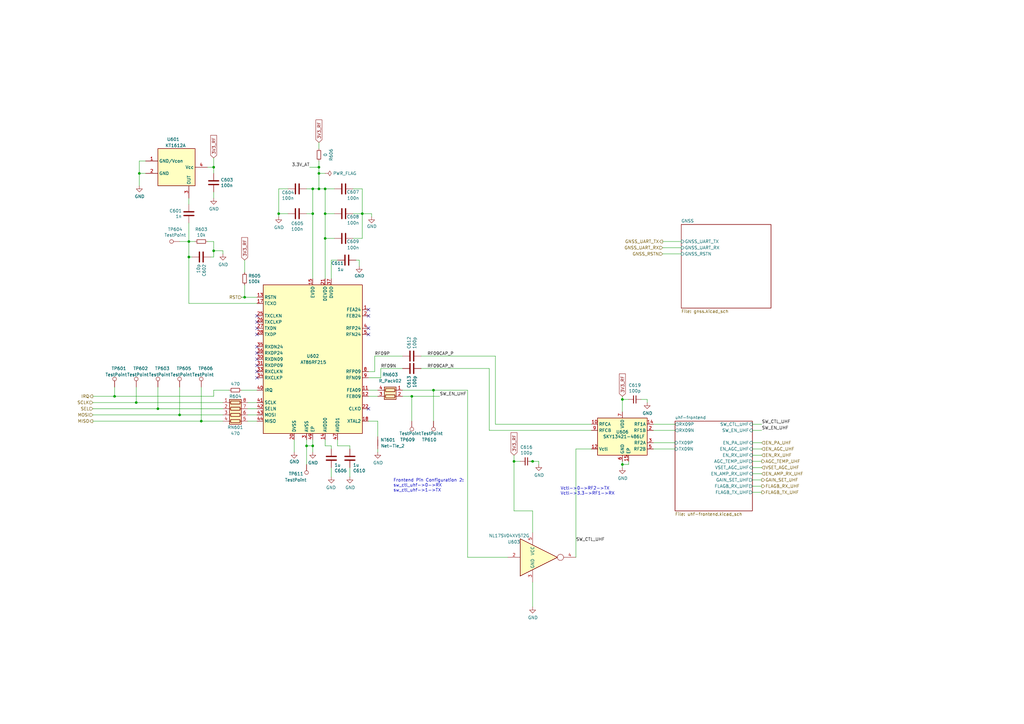
<source format=kicad_sch>
(kicad_sch (version 20230121) (generator eeschema)
  (paper "A3")
  (title_block (title "SatNOGS COMMS") (date "2020-02-20") (company "Libre Space Foundation") (comment 1 "CERN OHL version 1.2"))
  (lib_symbols
    (symbol "74xGxx:74LVC1GU04DRL"
      (property "Reference" "U" (at -5.08 10.16 0))
      (property "Value" "74LVC1GU04DRL" (at 17.78 10.16 0))
      (symbol "74LVC1GU04DRL_0_1"
        (rectangle (start -5.08 7.62) (end -5.08 -7.62) (stroke (width 0.254)) (fill (type background)))
        (polyline (pts (xy -5.08 -7.62) (xy 10.16 0) (xy -5.08 7.62)) (stroke (width 0.254)) (fill (type background)))
        (circle (center 11.43 0) (radius 1.27))
      )
      (symbol "74LVC1GU04DRL_1_1"
        (pin no_connect line (at 10.16 0 180) (length 5.08) hide (name "NC") (number "1"))
        (pin input line (at -10.16 0 0) (length 5.08) (name "~") (number "2"))
        (pin power_in line (at 0 -10.16 90) (length 5.08) (name "GND") (number "3"))
        (pin output line (at 17.78 0 180) (length 5.08) (name "~") (number "4"))
        (pin power_in line (at 0 10.16 270) (length 5.08) (name "VCC") (number "5"))
      )
    )
    (symbol "Connector:TestPoint" (pin_numbers hide) (pin_names (offset 0.762) hide)
      (property "Reference" "TP" (at 0 6.858 0))
      (property "Value" "TestPoint" (at 0 5.08 0))
      (symbol "TestPoint_0_1"
        (circle (center 0 3.302) (radius 0.762))
      )
      (symbol "TestPoint_1_1"
        (pin passive line (at 0 0 90) (length 2.54) (name "1") (number "1"))
      )
    )
    (symbol "Device:C" (pin_numbers hide) (pin_names (offset 0.254))
      (property "Reference" "C" (at 0.635 2.54 0))
      (property "Value" "C" (at 0.635 -2.54 0))
      (symbol "C_0_1"
        (polyline (pts (xy -2.032 -0.762) (xy 2.032 -0.762)) (stroke (width 0.508)))
        (polyline (pts (xy -2.032 0.762) (xy 2.032 0.762)) (stroke (width 0.508)))
      )
      (symbol "C_1_1"
        (pin passive line (at 0 3.81 270) (length 2.794) (name "~") (number "1"))
        (pin passive line (at 0 -3.81 90) (length 2.794) (name "~") (number "2"))
      )
    )
    (symbol "Device:C_Small" (pin_numbers hide) (pin_names (offset 0.254) hide)
      (property "Reference" "C" (at 0.254 1.778 0))
      (property "Value" "C_Small" (at 0.254 -2.032 0))
      (symbol "C_Small_0_1"
        (polyline (pts (xy -1.524 -0.508) (xy 1.524 -0.508)) (stroke (width 0.3302)))
        (polyline (pts (xy -1.524 0.508) (xy 1.524 0.508)) (stroke (width 0.3048)))
      )
      (symbol "C_Small_1_1"
        (pin passive line (at 0 2.54 270) (length 2.032) (name "~") (number "1"))
        (pin passive line (at 0 -2.54 90) (length 2.032) (name "~") (number "2"))
      )
    )
    (symbol "Device:NetTie_2" (pin_numbers hide) (pin_names (offset 0) hide) (in_bom no)
      (property "Reference" "NT" (at 0 1.27 0))
      (property "Value" "NetTie_2" (at 0 -1.27 0))
      (symbol "NetTie_2_0_1"
        (polyline (pts (xy -1.27 0) (xy 1.27 0)) (stroke (width 0.254)))
      )
      (symbol "NetTie_2_1_1"
        (pin passive line (at -2.54 0 0) (length 2.54) (name "1") (number "1"))
        (pin passive line (at 2.54 0 180) (length 2.54) (name "2") (number "2"))
      )
    )
    (symbol "Device:R_Pack02" (pin_names (offset 0) hide)
      (property "Reference" "RN" (at -5.08 0 90))
      (property "Value" "R_Pack02" (at 2.54 0 90))
      (symbol "R_Pack02_0_1"
        (rectangle (start -3.81 -2.413) (end 1.27 2.413) (stroke (width 0.254)) (fill (type background)))
        (rectangle (start -3.175 1.905) (end -1.905 -1.905) (stroke (width 0.254)))
        (rectangle (start -0.635 1.905) (end 0.635 -1.905) (stroke (width 0.254)))
        (polyline (pts (xy -2.54 -2.54) (xy -2.54 -1.905)))
        (polyline (pts (xy -2.54 1.905) (xy -2.54 2.54)))
        (polyline (pts (xy 0 -2.54) (xy 0 -1.905)))
        (polyline (pts (xy 0 1.905) (xy 0 2.54)))
      )
      (symbol "R_Pack02_1_1"
        (pin passive line (at -2.54 -5.08 90) (length 2.54) (name "R1.1") (number "1"))
        (pin passive line (at 0 -5.08 90) (length 2.54) (name "R2.1") (number "2"))
        (pin passive line (at 0 5.08 270) (length 2.54) (name "R2.2") (number "3"))
        (pin passive line (at -2.54 5.08 270) (length 2.54) (name "R1.2") (number "4"))
      )
    )
    (symbol "Device:R_Pack04" (pin_names (offset 0) hide)
      (property "Reference" "RN" (at -7.62 0 90))
      (property "Value" "R_Pack04" (at 5.08 0 90))
      (symbol "R_Pack04_0_1"
        (rectangle (start -6.35 -2.413) (end 3.81 2.413) (stroke (width 0.254)) (fill (type background)))
        (rectangle (start -5.715 1.905) (end -4.445 -1.905) (stroke (width 0.254)))
        (rectangle (start -3.175 1.905) (end -1.905 -1.905) (stroke (width 0.254)))
        (rectangle (start -0.635 1.905) (end 0.635 -1.905) (stroke (width 0.254)))
        (polyline (pts (xy -5.08 -2.54) (xy -5.08 -1.905)))
        (polyline (pts (xy -5.08 1.905) (xy -5.08 2.54)))
        (polyline (pts (xy -2.54 -2.54) (xy -2.54 -1.905)))
        (polyline (pts (xy -2.54 1.905) (xy -2.54 2.54)))
        (polyline (pts (xy 0 -2.54) (xy 0 -1.905)))
        (polyline (pts (xy 0 1.905) (xy 0 2.54)))
        (polyline (pts (xy 2.54 -2.54) (xy 2.54 -1.905)))
        (polyline (pts (xy 2.54 1.905) (xy 2.54 2.54)))
        (rectangle (start 1.905 1.905) (end 3.175 -1.905) (stroke (width 0.254)))
      )
      (symbol "R_Pack04_1_1"
        (pin passive line (at -5.08 -5.08 90) (length 2.54) (name "R1.1") (number "1"))
        (pin passive line (at -2.54 -5.08 90) (length 2.54) (name "R2.1") (number "2"))
        (pin passive line (at 0 -5.08 90) (length 2.54) (name "R3.1") (number "3"))
        (pin passive line (at 2.54 -5.08 90) (length 2.54) (name "R4.1") (number "4"))
        (pin passive line (at 2.54 5.08 270) (length 2.54) (name "R4.2") (number "5"))
        (pin passive line (at 0 5.08 270) (length 2.54) (name "R3.2") (number "6"))
        (pin passive line (at -2.54 5.08 270) (length 2.54) (name "R2.2") (number "7"))
        (pin passive line (at -5.08 5.08 270) (length 2.54) (name "R1.2") (number "8"))
      )
    )
    (symbol "Device:R_Small" (pin_numbers hide) (pin_names (offset 0.254) hide)
      (property "Reference" "R" (at 0.762 0.508 0))
      (property "Value" "R_Small" (at 0.762 -1.016 0))
      (symbol "R_Small_0_1"
        (rectangle (start -0.762 1.778) (end 0.762 -1.778) (stroke (width 0.2032)))
      )
      (symbol "R_Small_1_1"
        (pin passive line (at 0 2.54 270) (length 0.762) (name "~") (number "1"))
        (pin passive line (at 0 -2.54 90) (length 0.762) (name "~") (number "2"))
      )
    )
    (symbol "lsf-kicad:AT86RF215"
      (property "Reference" "U" (at -19.05 33.02 0))
      (property "Value" "AT86RF215" (at 0 0 0))
      (symbol "AT86RF215_0_1"
        (rectangle (start -20.32 30.48) (end 20.32 -30.48) (stroke (width 0.254)) (fill (type background)))
      )
      (symbol "AT86RF215_1_1"
        (pin output line (at 22.86 20.32 180) (length 2.54) (name "FEA24") (number "1"))
        (pin passive line (at -2.54 -33.02 90) (length 2.54) hide (name "AVSS") (number "10"))
        (pin output line (at 22.86 -12.7 180) (length 2.54) (name "FEA09") (number "11"))
        (pin output line (at 22.86 -15.24 180) (length 2.54) (name "FEB09") (number "12"))
        (pin input line (at -22.86 25.4 0) (length 2.54) (name "RSTN") (number "13"))
        (pin passive line (at 5.08 -33.02 90) (length 2.54) (name "AVDD0") (number "14"))
        (pin power_in line (at 0 33.02 270) (length 2.54) (name "EVDD") (number "15"))
        (pin passive line (at -2.54 -33.02 90) (length 2.54) hide (name "AVSS") (number "16"))
        (pin input line (at -22.86 22.86 0) (length 2.54) (name "TCXO") (number "17"))
        (pin bidirectional line (at 22.86 -25.4 180) (length 2.54) (name "XTAL2") (number "18"))
        (pin passive line (at -2.54 -33.02 90) (length 2.54) hide (name "AVSS") (number "19"))
        (pin output line (at 22.86 17.78 180) (length 2.54) (name "FEB24") (number "2"))
        (pin power_in line (at -7.62 -33.02 90) (length 2.54) (name "DVSS") (number "20"))
        (pin power_in line (at 5.08 33.02 270) (length 2.54) (name "DEVDD") (number "21"))
        (pin output line (at 22.86 -20.32 180) (length 2.54) (name "CLKO") (number "22"))
        (pin passive line (at -7.62 -33.02 90) (length 2.54) hide (name "DVSS") (number "23"))
        (pin passive line (at -7.62 -33.02 90) (length 2.54) hide (name "DVSS") (number "24"))
        (pin input line (at -22.86 17.78 0) (length 2.54) (name "TXCLKN") (number "25"))
        (pin input line (at -22.86 15.24 0) (length 2.54) (name "TXCLKP") (number "26"))
        (pin input line (at -22.86 12.7 0) (length 2.54) (name "TXDN") (number "27"))
        (pin input line (at -22.86 10.16 0) (length 2.54) (name "TXDP") (number "28"))
        (pin passive line (at 5.08 33.02 270) (length 2.54) hide (name "DEVDD") (number "29"))
        (pin power_in line (at -2.54 -33.02 90) (length 2.54) (name "AVSS") (number "3"))
        (pin output line (at -22.86 0 0) (length 2.54) (name "RXDN09") (number "30"))
        (pin output line (at -22.86 -2.54 0) (length 2.54) (name "RXDP09") (number "31"))
        (pin passive line (at -7.62 -33.02 90) (length 2.54) hide (name "DVSS") (number "32"))
        (pin output line (at -22.86 -5.08 0) (length 2.54) (name "RXCLKN") (number "33"))
        (pin output line (at -22.86 -7.62 0) (length 2.54) (name "RXCLKP") (number "34"))
        (pin output line (at -22.86 5.08 0) (length 2.54) (name "RXDN24") (number "35"))
        (pin output line (at -22.86 2.54 0) (length 2.54) (name "RXDP24") (number "36"))
        (pin power_out line (at 7.62 33.02 270) (length 2.54) (name "DVDD") (number "37"))
        (pin passive line (at -7.62 -33.02 90) (length 2.54) hide (name "DVSS") (number "38"))
        (pin passive line (at 5.08 33.02 270) (length 2.54) hide (name "DEVDD") (number "39"))
        (pin bidirectional line (at 22.86 12.7 180) (length 2.54) (name "RFP24") (number "4"))
        (pin output line (at -22.86 -12.7 0) (length 2.54) (name "IRQ") (number "40"))
        (pin input line (at -22.86 -17.78 0) (length 2.54) (name "SCLK") (number "41"))
        (pin input line (at -22.86 -20.32 0) (length 2.54) (name "SELN") (number "42"))
        (pin input line (at -22.86 -22.86 0) (length 2.54) (name "MOSI") (number "43"))
        (pin output line (at -22.86 -25.4 0) (length 2.54) (name "MISO") (number "44"))
        (pin passive line (at -2.54 -33.02 90) (length 2.54) hide (name "AVSS") (number "45"))
        (pin passive line (at 0 33.02 270) (length 2.54) hide (name "EVDD") (number "46"))
        (pin passive line (at 10.16 -33.02 90) (length 2.54) (name "AVDD1") (number "47"))
        (pin passive line (at -2.54 -33.02 90) (length 2.54) hide (name "AVSS") (number "48"))
        (pin power_in line (at 0 -33.02 90) (length 2.54) (name "EP") (number "49"))
        (pin bidirectional line (at 22.86 10.16 180) (length 2.54) (name "RFN24") (number "5"))
        (pin passive line (at -2.54 -33.02 90) (length 2.54) hide (name "AVSS") (number "6"))
        (pin passive line (at -2.54 -33.02 90) (length 2.54) hide (name "AVSS") (number "7"))
        (pin bidirectional line (at 22.86 -5.08 180) (length 2.54) (name "RFP09") (number "8"))
        (pin bidirectional line (at 22.86 -7.62 180) (length 2.54) (name "RFN09") (number "9"))
      )
    )
    (symbol "lsf-kicad:KT1612A"
      (property "Reference" "U" (at 6.35 8.89 0))
      (property "Value" "KT1612A" (at -7.62 8.89 0))
      (symbol "KT1612A_0_1"
        (rectangle (start -7.62 7.62) (end 7.62 -7.62) (stroke (width 0.254)) (fill (type background)))
      )
      (symbol "KT1612A_1_1"
        (pin power_in line (at -2.54 -12.7 90) (length 5.08) (name "GND/Vcon") (number "1"))
        (pin power_in line (at 2.54 -12.7 90) (length 5.08) (name "GND") (number "2"))
        (pin output line (at 12.7 5.08 180) (length 5.08) (name "OUT") (number "3"))
        (pin power_in line (at 0 12.7 270) (length 5.08) (name "Vcc") (number "4"))
      )
    )
    (symbol "lsf-kicad:SKY13421-486LF"
      (property "Reference" "U" (at -8.89 8.89 0))
      (property "Value" "SKY13421-486LF" (at 6.35 8.89 0))
      (symbol "SKY13421-486LF_0_1"
        (rectangle (start -10.16 7.62) (end 10.16 -7.62) (stroke (width 0.254)) (fill (type background)))
      )
      (symbol "SKY13421-486LF_1_1"
        (pin passive line (at 0 -10.16 90) (length 2.54) hide (name "GND") (number "1"))
        (pin bidirectional line (at -12.7 5.08 0) (length 2.54) (name "RFCA") (number "10"))
        (pin passive line (at 0 -10.16 90) (length 2.54) hide (name "GND") (number "11"))
        (pin input line (at -12.7 -5.08 0) (length 2.54) (name "Vctl") (number "12"))
        (pin passive line (at 0 -10.16 90) (length 2.54) hide (name "GND") (number "13"))
        (pin bidirectional line (at 12.7 5.08 180) (length 2.54) (name "RF1A") (number "14"))
        (pin power_in line (at 2.54 -10.16 90) (length 2.54) (name "EP") (number "15"))
        (pin bidirectional line (at 12.7 2.54 180) (length 2.54) (name "RF1B") (number "2"))
        (pin bidirectional line (at 12.7 -2.54 180) (length 2.54) (name "RF2A") (number "3"))
        (pin passive line (at 0 -10.16 90) (length 2.54) hide (name "GND") (number "4"))
        (pin bidirectional line (at 12.7 -5.08 180) (length 2.54) (name "RF2B") (number "5"))
        (pin power_in line (at 0 -10.16 90) (length 2.54) (name "GND") (number "6"))
        (pin power_in line (at 0 10.16 270) (length 2.54) (name "VDD") (number "7"))
        (pin passive line (at 0 -10.16 90) (length 2.54) hide (name "GND") (number "8"))
        (pin bidirectional line (at -12.7 2.54 0) (length 2.54) (name "RFCB") (number "9"))
      )
    )
    (symbol "power:GND" (power) (pin_names (offset 0))
      (property "Value" "GND" (at 0 -3.81 0))
      (symbol "GND_0_1"
        (polyline (pts (xy 0 0) (xy 0 -1.27) (xy 1.27 -1.27) (xy 0 -2.54) (xy -1.27 -1.27) (xy 0 -1.27)))
      )
      (symbol "GND_1_1"
        (pin power_in line (at 0 0 270) (length 0) hide (name "GND") (number "1"))
      )
    )
    (symbol "power:PWR_FLAG" (power) (pin_numbers hide) (pin_names (offset 0) hide)
      (property "Value" "PWR_FLAG" (at 0 3.81 0))
      (symbol "PWR_FLAG_0_0"
        (pin power_out line (at 0 0 90) (length 0) (name "pwr") (number "1"))
      )
      (symbol "PWR_FLAG_0_1"
        (polyline (pts (xy 0 0) (xy 0 1.27) (xy -1.016 1.905) (xy 0 2.54) (xy 1.016 1.905) (xy 0 1.27)))
      )
    )
  )
  (junction (at 148.59 87.63))
  (junction (at 64.77 167.64))
  (junction (at 46.99 162.56))
  (junction (at 130.81 77.47))
  (junction (at 100.33 121.92))
  (junction (at 177.8 160.02))
  (junction (at 128.27 182.88))
  (junction (at 130.81 68.58))
  (junction (at 125.73 182.88))
  (junction (at 82.55 172.72))
  (junction (at 168.91 162.56))
  (junction (at 77.47 105.41))
  (junction (at 87.63 68.58))
  (junction (at 128.27 87.63))
  (junction (at 255.27 163.83))
  (junction (at 128.27 77.47))
  (junction (at 210.82 189.23))
  (junction (at 87.63 102.87))
  (junction (at 255.27 190.5))
  (junction (at 133.35 77.47))
  (junction (at 114.3 87.63))
  (junction (at 73.66 170.18))
  (junction (at 77.47 99.06))
  (junction (at 55.88 165.1))
  (junction (at 133.35 87.63))
  (junction (at 57.15 71.12))
  (junction (at 130.81 71.12))
  (junction (at 133.35 97.79))
  (junction (at 218.44 189.23))
  (no_connect (at 105.41 149.86))
  (no_connect (at 105.41 154.94))
  (no_connect (at 151.13 167.64))
  (no_connect (at 105.41 147.32))
  (no_connect (at 105.41 144.78))
  (no_connect (at 105.41 134.62))
  (no_connect (at 151.13 127))
  (no_connect (at 105.41 152.4))
  (no_connect (at 151.13 134.62))
  (no_connect (at 105.41 129.54))
  (no_connect (at 151.13 129.54))
  (no_connect (at 105.41 132.08))
  (no_connect (at 105.41 137.16))
  (no_connect (at 105.41 142.24))
  (no_connect (at 151.13 137.16))
  (wire (pts (xy 38.1 165.1) (xy 55.88 165.1)))
  (wire (pts (xy 138.43 182.88) (xy 138.43 180.34)))
  (wire (pts (xy 73.66 170.18) (xy 38.1 170.18)))
  (wire (pts (xy 271.78 104.14) (xy 279.4 104.14)))
  (wire (pts (xy 135.89 182.88) (xy 133.35 182.88)))
  (wire (pts (xy 218.44 209.55) (xy 218.44 218.44)))
  (wire (pts (xy 308.61 194.31) (xy 312.42 194.31)))
  (wire (pts (xy 172.72 151.13) (xy 200.66 151.13)))
  (wire (pts (xy 147.32 106.68) (xy 147.32 109.22)))
  (wire (pts (xy 137.16 97.79) (xy 133.35 97.79)))
  (wire (pts (xy 100.33 121.92) (xy 99.06 121.92)))
  (wire (pts (xy 267.97 181.61) (xy 276.86 181.61)))
  (wire (pts (xy 308.61 189.23) (xy 312.42 189.23)))
  (wire (pts (xy 165.1 160.02) (xy 177.8 160.02)))
  (wire (pts (xy 135.89 195.58) (xy 135.89 191.77)))
  (wire (pts (xy 276.86 184.15) (xy 267.97 184.15)))
  (wire (pts (xy 312.42 181.61) (xy 308.61 181.61)))
  (wire (pts (xy 101.6 170.18) (xy 105.41 170.18)))
  (wire (pts (xy 87.63 99.06) (xy 87.63 102.87)))
  (wire (pts (xy 255.27 168.91) (xy 255.27 163.83)))
  (wire (pts (xy 130.81 60.96) (xy 130.81 58.42)))
  (wire (pts (xy 130.81 71.12) (xy 130.81 77.47)))
  (wire (pts (xy 38.1 162.56) (xy 46.99 162.56)))
  (wire (pts (xy 210.82 209.55) (xy 218.44 209.55)))
  (wire (pts (xy 114.3 77.47) (xy 114.3 87.63)))
  (wire (pts (xy 153.67 146.05) (xy 165.1 146.05)))
  (wire (pts (xy 151.13 160.02) (xy 154.94 160.02)))
  (wire (pts (xy 312.42 176.53) (xy 308.61 176.53)))
  (wire (pts (xy 265.43 163.83) (xy 265.43 165.1)))
  (wire (pts (xy 218.44 189.23) (xy 220.98 189.23)))
  (wire (pts (xy 118.11 77.47) (xy 114.3 77.47)))
  (wire (pts (xy 100.33 106.68) (xy 100.33 111.76)))
  (wire (pts (xy 143.51 184.15) (xy 143.51 182.88)))
  (wire (pts (xy 148.59 77.47) (xy 144.78 77.47)))
  (wire (pts (xy 130.81 71.12) (xy 133.35 71.12)))
  (wire (pts (xy 312.42 186.69) (xy 308.61 186.69)))
  (wire (pts (xy 59.69 66.04) (xy 57.15 66.04)))
  (wire (pts (xy 236.22 228.6) (xy 236.22 184.15)))
  (wire (pts (xy 255.27 190.5) (xy 257.81 190.5)))
  (wire (pts (xy 151.13 162.56) (xy 154.94 162.56)))
  (wire (pts (xy 220.98 190.5) (xy 220.98 189.23)))
  (wire (pts (xy 130.81 77.47) (xy 133.35 77.47)))
  (wire (pts (xy 77.47 105.41) (xy 78.74 105.41)))
  (wire (pts (xy 114.3 87.63) (xy 118.11 87.63)))
  (wire (pts (xy 87.63 160.02) (xy 93.98 160.02)))
  (wire (pts (xy 125.73 77.47) (xy 128.27 77.47)))
  (wire (pts (xy 38.1 167.64) (xy 64.77 167.64)))
  (wire (pts (xy 73.66 158.75) (xy 73.66 170.18)))
  (wire (pts (xy 77.47 81.28) (xy 77.47 83.82)))
  (wire (pts (xy 91.44 172.72) (xy 82.55 172.72)))
  (wire (pts (xy 146.05 106.68) (xy 147.32 106.68)))
  (wire (pts (xy 271.78 101.6) (xy 279.4 101.6)))
  (wire (pts (xy 257.81 163.83) (xy 255.27 163.83)))
  (wire (pts (xy 73.66 170.18) (xy 91.44 170.18)))
  (wire (pts (xy 77.47 124.46) (xy 77.47 105.41)))
  (wire (pts (xy 143.51 191.77) (xy 143.51 195.58)))
  (wire (pts (xy 127 68.58) (xy 130.81 68.58)))
  (wire (pts (xy 135.89 184.15) (xy 135.89 182.88)))
  (wire (pts (xy 133.35 97.79) (xy 133.35 114.3)))
  (wire (pts (xy 191.77 160.02) (xy 191.77 228.6)))
  (wire (pts (xy 255.27 190.5) (xy 255.27 189.23)))
  (wire (pts (xy 125.73 190.5) (xy 125.73 182.88)))
  (wire (pts (xy 55.88 158.75) (xy 55.88 165.1)))
  (wire (pts (xy 87.63 68.58) (xy 87.63 64.77)))
  (wire (pts (xy 85.09 68.58) (xy 87.63 68.58)))
  (wire (pts (xy 154.94 184.15) (xy 154.94 185.42)))
  (wire (pts (xy 77.47 91.44) (xy 77.47 99.06)))
  (wire (pts (xy 130.81 68.58) (xy 130.81 71.12)))
  (wire (pts (xy 57.15 66.04) (xy 57.15 71.12)))
  (wire (pts (xy 38.1 172.72) (xy 82.55 172.72)))
  (wire (pts (xy 144.78 87.63) (xy 148.59 87.63)))
  (wire (pts (xy 133.35 77.47) (xy 133.35 87.63)))
  (wire (pts (xy 87.63 102.87) (xy 87.63 105.41)))
  (wire (pts (xy 177.8 160.02) (xy 191.77 160.02)))
  (wire (pts (xy 153.67 152.4) (xy 153.67 146.05)))
  (wire (pts (xy 308.61 173.99) (xy 312.42 173.99)))
  (wire (pts (xy 156.21 151.13) (xy 165.1 151.13)))
  (wire (pts (xy 46.99 158.75) (xy 46.99 162.56)))
  (wire (pts (xy 217.17 189.23) (xy 218.44 189.23)))
  (wire (pts (xy 208.28 228.6) (xy 191.77 228.6)))
  (wire (pts (xy 144.78 97.79) (xy 148.59 97.79)))
  (wire (pts (xy 77.47 124.46) (xy 105.41 124.46)))
  (wire (pts (xy 59.69 71.12) (xy 57.15 71.12)))
  (wire (pts (xy 87.63 78.74) (xy 87.63 81.28)))
  (wire (pts (xy 203.2 173.99) (xy 203.2 146.05)))
  (wire (pts (xy 312.42 191.77) (xy 308.61 191.77)))
  (wire (pts (xy 101.6 167.64) (xy 105.41 167.64)))
  (wire (pts (xy 210.82 186.69) (xy 210.82 189.23)))
  (wire (pts (xy 125.73 182.88) (xy 128.27 182.88)))
  (wire (pts (xy 80.01 99.06) (xy 77.47 99.06)))
  (wire (pts (xy 151.13 154.94) (xy 156.21 154.94)))
  (wire (pts (xy 46.99 162.56) (xy 87.63 162.56)))
  (wire (pts (xy 130.81 66.04) (xy 130.81 68.58)))
  (wire (pts (xy 138.43 106.68) (xy 135.89 106.68)))
  (wire (pts (xy 143.51 182.88) (xy 138.43 182.88)))
  (wire (pts (xy 200.66 151.13) (xy 200.66 176.53)))
  (wire (pts (xy 168.91 162.56) (xy 180.34 162.56)))
  (wire (pts (xy 87.63 162.56) (xy 87.63 160.02)))
  (wire (pts (xy 125.73 87.63) (xy 128.27 87.63)))
  (wire (pts (xy 203.2 173.99) (xy 242.57 173.99)))
  (wire (pts (xy 255.27 163.83) (xy 255.27 162.56)))
  (wire (pts (xy 125.73 180.34) (xy 125.73 182.88)))
  (wire (pts (xy 105.41 165.1) (xy 101.6 165.1)))
  (wire (pts (xy 168.91 172.72) (xy 168.91 162.56)))
  (wire (pts (xy 87.63 68.58) (xy 87.63 71.12)))
  (wire (pts (xy 91.44 104.14) (xy 91.44 102.87)))
  (wire (pts (xy 152.4 87.63) (xy 152.4 88.9)))
  (wire (pts (xy 156.21 154.94) (xy 156.21 151.13)))
  (wire (pts (xy 114.3 87.63) (xy 114.3 88.9)))
  (wire (pts (xy 130.81 77.47) (xy 128.27 77.47)))
  (wire (pts (xy 128.27 77.47) (xy 128.27 87.63)))
  (wire (pts (xy 100.33 116.84) (xy 100.33 121.92)))
  (wire (pts (xy 154.94 179.07) (xy 154.94 172.72)))
  (wire (pts (xy 100.33 121.92) (xy 105.41 121.92)))
  (wire (pts (xy 151.13 172.72) (xy 154.94 172.72)))
  (wire (pts (xy 262.89 163.83) (xy 265.43 163.83)))
  (wire (pts (xy 99.06 160.02) (xy 105.41 160.02)))
  (wire (pts (xy 308.61 184.15) (xy 312.42 184.15)))
  (wire (pts (xy 257.81 190.5) (xy 257.81 189.23)))
  (wire (pts (xy 137.16 87.63) (xy 133.35 87.63)))
  (wire (pts (xy 91.44 167.64) (xy 64.77 167.64)))
  (wire (pts (xy 128.27 87.63) (xy 128.27 114.3)))
  (wire (pts (xy 271.78 99.06) (xy 279.4 99.06)))
  (wire (pts (xy 133.35 182.88) (xy 133.35 180.34)))
  (wire (pts (xy 133.35 97.79) (xy 133.35 87.63)))
  (wire (pts (xy 85.09 99.06) (xy 87.63 99.06)))
  (wire (pts (xy 91.44 165.1) (xy 55.88 165.1)))
  (wire (pts (xy 77.47 99.06) (xy 73.66 99.06)))
  (wire (pts (xy 57.15 71.12) (xy 57.15 76.2)))
  (wire (pts (xy 151.13 152.4) (xy 153.67 152.4)))
  (wire (pts (xy 148.59 87.63) (xy 148.59 77.47)))
  (wire (pts (xy 120.65 185.42) (xy 120.65 180.34)))
  (wire (pts (xy 312.42 196.85) (xy 308.61 196.85)))
  (wire (pts (xy 210.82 189.23) (xy 210.82 209.55)))
  (wire (pts (xy 236.22 184.15) (xy 242.57 184.15)))
  (wire (pts (xy 128.27 180.34) (xy 128.27 182.88)))
  (wire (pts (xy 172.72 146.05) (xy 203.2 146.05)))
  (wire (pts (xy 135.89 114.3) (xy 135.89 106.68)))
  (wire (pts (xy 87.63 105.41) (xy 86.36 105.41)))
  (wire (pts (xy 213.36 189.23) (xy 210.82 189.23)))
  (wire (pts (xy 82.55 158.75) (xy 82.55 172.72)))
  (wire (pts (xy 255.27 191.77) (xy 255.27 190.5)))
  (wire (pts (xy 128.27 182.88) (xy 128.27 185.42)))
  (wire (pts (xy 267.97 173.99) (xy 276.86 173.99)))
  (wire (pts (xy 312.42 201.93) (xy 308.61 201.93)))
  (wire (pts (xy 101.6 172.72) (xy 105.41 172.72)))
  (wire (pts (xy 177.8 172.72) (xy 177.8 160.02)))
  (wire (pts (xy 91.44 102.87) (xy 87.63 102.87)))
  (wire (pts (xy 77.47 99.06) (xy 77.47 105.41)))
  (wire (pts (xy 165.1 162.56) (xy 168.91 162.56)))
  (wire (pts (xy 276.86 176.53) (xy 267.97 176.53)))
  (wire (pts (xy 308.61 199.39) (xy 312.42 199.39)))
  (wire (pts (xy 218.44 248.92) (xy 218.44 238.76)))
  (wire (pts (xy 133.35 77.47) (xy 137.16 77.47)))
  (wire (pts (xy 148.59 97.79) (xy 148.59 87.63)))
  (wire (pts (xy 148.59 87.63) (xy 152.4 87.63)))
  (wire (pts (xy 200.66 176.53) (xy 242.57 176.53)))
  (wire (pts (xy 64.77 158.75) (xy 64.77 167.64)))
  (text "Vctl->0->RF2->TX\nVctl->3.3->RF1->RX" (at 229.87 203.2 0) (effects (font (size 1.27 1.27)) (justify left bottom)))
  (text "Frontend Pin Configuration 2:\nsw_ctl_uhf->0->RX\nsw_ctl_uhf->1->TX" (at 161.29 201.93 0) (effects (font (size 1.27 1.27)) (justify left bottom)))
  (label "RF09N" (at 156.21 151.13 0))
  (label "SW_EN_UHF" (at 312.42 176.53 0))
  (label "3.3V_AT" (at 127 68.58 180))
  (label "RF09P" (at 153.67 146.05 0))
  (label "RF09CAP_P" (at 175.26 146.05 0))
  (label "SW_EN_UHF" (at 180.34 162.56 0))
  (label "SW_CTL_UHF" (at 312.42 173.99 0))
  (label "RF09CAP_N" (at 175.26 151.13 0))
  (label "SW_CTL_UHF" (at 236.22 222.25 0))
  (global_label "3V3_RF" (shape input) (at 130.81 58.42 90) (property "Intersheetrefs" "${INTERSHEET_REFS}" (effects hide)))
  (global_label "3V3_RF" (shape input) (at 255.27 162.56 90) (property "Intersheetrefs" "${INTERSHEET_REFS}" (effects hide)))
  (global_label "3V3_RF" (shape input) (at 210.82 186.69 90) (property "Intersheetrefs" "${INTERSHEET_REFS}" (effects hide)))
  (global_label "3V3_RF" (shape input) (at 100.33 106.68 90) (property "Intersheetrefs" "${INTERSHEET_REFS}" (effects hide)))
  (global_label "3V3_RF" (shape input) (at 87.63 64.77 90) (property "Intersheetrefs" "${INTERSHEET_REFS}" (effects hide)))
  (hierarchical_label "EN_AGC_UHF" (shape input) (at 312.42 184.15 0))
  (hierarchical_label "GNSS_RSTN" (shape input) (at 271.78 104.14 180))
  (hierarchical_label "FLAGB_RX_UHF" (shape output) (at 312.42 199.39 0))
  (hierarchical_label "AGC_TEMP_UHF" (shape output) (at 312.42 189.23 0))
  (hierarchical_label "GAIN_SET_UHF" (shape output) (at 312.42 196.85 0))
  (hierarchical_label "EN_PA_UHF" (shape input) (at 312.42 181.61 0))
  (hierarchical_label "IRQ" (shape output) (at 38.1 162.56 180))
  (hierarchical_label "EN_AMP_RX_UHF" (shape input) (at 312.42 194.31 0))
  (hierarchical_label "MISO" (shape output) (at 38.1 172.72 180))
  (hierarchical_label "MOSI" (shape input) (at 38.1 170.18 180))
  (hierarchical_label "SCLK" (shape input) (at 38.1 165.1 180))
  (hierarchical_label "GNSS_UART_RX" (shape input) (at 271.78 101.6 180))
  (hierarchical_label "GNSS_UART_TX" (shape output) (at 271.78 99.06 180))
  (hierarchical_label "SEL" (shape input) (at 38.1 167.64 180))
  (hierarchical_label "RST" (shape input) (at 99.06 121.92 180))
  (hierarchical_label "FLAGB_TX_UHF" (shape output) (at 312.42 201.93 0))
  (hierarchical_label "EN_RX_UHF" (shape input) (at 312.42 186.69 0))
  (hierarchical_label "VSET_AGC_UHF" (shape input) (at 312.42 191.77 0))
  (symbol (lib_id "lsf-kicad:SKY13421-486LF") (at 255.27 179.07 0) (unit 1)
    (property "Reference" "U606" (at 255.27 177.165 0))
    (property "Value" "SKY13421-486LF" (at 255.905 179.07 0))
    (property "Footprint" "lsf-kicad-lib:QFN-14-1EP_1.60x1.60mm_P0.40mm_EP0.74x0.74mm" (effects hide))
    (property "Datasheet" "https://www.skyworksinc.com/-/media/SkyWorks/Documents/Products/701-800/SKY13421_486LF_201655E.pdf" (effects hide))
    (property "Mnf." "Skyworks Solutions" (effects hide))
    (property "PartNumber" "SKY13421-486LF" (effects hide))
    (property "Sim.Enable" "0" (effects hide))
  )
  (symbol (lib_id "lsf-kicad:AT86RF215") (at 128.27 147.32 0) (unit 1)
    (property "Reference" "U602" (at 125.73 146.05 0) (effects (justify left)))
    (property "Value" "AT86RF215" (at 123.19 148.59 0) (effects (justify left)))
    (property "Footprint" "Package_DFN_QFN:QFN-48-1EP_7x7mm_P0.5mm_EP5.6x5.6mm" (effects hide))
    (property "Datasheet" "http://ww1.microchip.com/downloads/en/DeviceDoc/Atmel-42415-WIRELESS-AT86RF215_Datasheet.pdf" (effects hide))
    (property "PartNumber" "AT86RF215-ZUR" (effects hide))
    (property "Mnf." "Microchip Technology / Atmel" (effects hide))
    (property "Sim.Enable" "0" (effects hide))
  )
  (symbol (lib_id "power:GND") (at 128.27 185.42 0) (unit 1)
    (property "Reference" "#PWR0606" (effects hide))
    (property "Value" "GND" (at 128.397 189.8142 0))
  )
  (symbol (lib_id "power:GND") (at 120.65 185.42 0) (unit 1)
    (property "Reference" "#PWR0605" (effects hide))
    (property "Value" "GND" (at 120.7516 189.357 0))
  )
  (symbol (lib_id "lsf-kicad:KT1612A") (at 72.39 68.58 270) (unit 1)
    (property "Reference" "U601" (at 73.66 57.15 90) (effects (justify right)))
    (property "Value" "KT1612A" (at 76.2 59.69 90) (effects (justify right)))
    (property "Footprint" "lsf-kicad-lib:KT1612" (effects hide))
    (property "Datasheet" "https://global.kyocera.com/prdct/electro/product/pdf/kt1612_e.pdf" (effects hide))
    (property "Mnf." "Kyocera Electronic Components" (effects hide))
    (property "PartNumber" "KT1612A26000AAW19TBT" (effects hide))
    (property "Sim.Enable" "0" (effects hide))
  )
  (symbol (lib_id "power:GND") (at 255.27 191.77 0) (unit 1)
    (property "Reference" "#PWR0620" (effects hide))
    (property "Value" "GND" (at 255.397 196.1642 0))
  )
  (symbol (lib_id "power:GND") (at 154.94 185.42 0) (unit 1)
    (property "Reference" "#PWR0611" (effects hide))
    (property "Value" "GND" (at 155.067 189.8142 0))
  )
  (symbol (lib_id "power:GND") (at 114.3 88.9 0) (unit 1)
    (property "Reference" "#PWR0604" (effects hide))
    (property "Value" "GND" (at 114.427 93.2942 0))
  )
  (symbol (lib_id "power:GND") (at 135.89 195.58 0) (mirror y) (unit 1)
    (property "Reference" "#PWR0607" (effects hide))
    (property "Value" "GND" (at 135.763 199.9742 0))
  )
  (symbol (lib_id "Device:R_Small") (at 130.81 63.5 0) (unit 1)
    (property "Reference" "R606" (at 135.7884 63.5 90))
    (property "Value" "0" (at 133.477 63.5 90))
    (property "Footprint" "Resistor_SMD:R_0402_1005Metric" (effects hide))
    (property "PartNumber" "RC0402JR-7D0RL" (effects hide))
  )
  (symbol (lib_id "power:GND") (at 143.51 195.58 0) (unit 1)
    (property "Reference" "#PWR0608" (effects hide))
    (property "Value" "GND" (at 143.637 199.9742 0))
  )
  (symbol (lib_id "power:PWR_FLAG") (at 133.35 71.12 270) (mirror x) (unit 1)
    (property "Reference" "#FLG0601" (effects hide))
    (property "Value" "PWR_FLAG" (at 136.5758 71.12 90) (effects (justify left)))
  )
  (symbol (lib_id "74xGxx:74LVC1GU04DRL") (at 218.44 228.6 0) (unit 1)
    (property "Reference" "U603" (at 213.36 222.25 0) (effects (justify right)))
    (property "Value" "NL17SV04XV5T2G" (at 217.17 219.71 0) (effects (justify right)))
    (property "Footprint" "Package_TO_SOT_SMD:SOT-553" (effects hide))
    (property "Datasheet" "http://www.ti.com/lit/ds/symlink/sn74lvc1gu04.pdf" (effects hide))
    (property "PartNumber" "NL17SV04XV5T2G" (effects hide))
    (property "Mnf." "Nexperia" (effects hide))
    (property "Sim.Enable" "0" (effects hide))
  )
  (symbol (lib_id "power:GND") (at 218.44 248.92 0) (unit 1)
    (property "Reference" "#PWR0614" (effects hide))
    (property "Value" "GND" (at 218.567 253.3142 0))
  )
  (symbol (lib_id "Device:C_Small") (at 215.9 189.23 270) (unit 1)
    (property "Reference" "C616" (at 215.9 183.4134 90))
    (property "Value" "100p" (at 215.9 185.7248 90))
    (property "Footprint" "Capacitor_SMD:C_0402_1005Metric" (effects hide))
    (property "Description" "Capacitor, 0402, 5%, 50V, NPO/COG" (effects hide))
    (property "Mnf." "KEMET" (effects hide))
    (property "PartNumber" "CBR04C101J3GAC" (effects hide))
  )
  (symbol (lib_id "power:GND") (at 220.98 190.5 0) (unit 1)
    (property "Reference" "#PWR0615" (effects hide))
    (property "Value" "GND" (at 221.107 194.8942 0))
  )
  (symbol (lib_id "Device:R_Pack04") (at 96.52 170.18 270) (unit 1)
    (property "Reference" "RN601" (at 96.52 175.26 90))
    (property "Value" "470" (at 96.52 177.8 90))
    (property "Footprint" "Resistor_SMD:R_Array_Convex_4x0402" (effects hide))
    (property "Mnf." "Panasonic" (effects hide))
    (property "PartNumber" "EXB-28V471JX" (effects hide))
    (property "Sim.Enable" "0" (effects hide))
  )
  (symbol (lib_id "Device:R_Small") (at 96.52 160.02 90) (unit 1)
    (property "Reference" "R604" (at 96.52 162.56 90))
    (property "Value" "470" (at 96.52 157.48 90))
    (property "Footprint" "Resistor_SMD:R_0402_1005Metric" (effects hide))
    (property "PartNumber" "CRCW0402470RFKEDC" (effects hide))
    (property "Mnf." "Panasonic" (effects hide))
  )
  (symbol (lib_id "Device:NetTie_2") (at 154.94 181.61 270) (unit 1) (in_bom no)
    (property "Reference" "NT601" (at 156.0576 180.4416 90) (effects (justify left)))
    (property "Value" "Net-Tie_2" (at 156.21 182.88 90) (effects (justify left)))
    (property "Footprint" "NetTie:NetTie-2_SMD_Pad0.5mm" (effects hide))
    (property "Sim.Enable" "0" (effects hide))
  )
  (symbol (lib_id "Device:C") (at 143.51 187.96 0) (mirror y) (unit 1)
    (property "Reference" "C610" (at 144.78 193.04 0) (effects (justify right)))
    (property "Value" "1u" (at 144.78 190.7286 0) (effects (justify right)))
    (property "Footprint" "Capacitor_SMD:C_0402_1005Metric" (effects hide))
    (property "Mnf." "KEMET " (effects hide))
    (property "Description" "Capacitor, 0402, 10%, 10V, X5R" (effects hide))
    (property "PartNumber" "C0402C105K8PAC7411" (effects hide))
  )
  (symbol (lib_id "Device:C") (at 135.89 187.96 0) (mirror y) (unit 1)
    (property "Reference" "C606" (at 137.16 193.04 0) (effects (justify right)))
    (property "Value" "1u" (at 137.16 190.7286 0) (effects (justify right)))
    (property "Footprint" "Capacitor_SMD:C_0402_1005Metric" (effects hide))
    (property "Mnf." "KEMET " (effects hide))
    (property "Description" "Capacitor, 0402, 10%, 10V, X5R" (effects hide))
    (property "PartNumber" "C0402C105K8PAC7411" (effects hide))
  )
  (symbol (lib_id "Device:C") (at 142.24 106.68 270) (mirror x) (unit 1)
    (property "Reference" "C611" (at 140.97 107.95 90) (effects (justify right)))
    (property "Value" "1u" (at 140.97 110.49 90) (effects (justify right)))
    (property "Footprint" "Capacitor_SMD:C_0402_1005Metric" (effects hide))
    (property "Mnf." "KEMET " (effects hide))
    (property "Description" "Capacitor, 0402, 10%, 10V, X5R" (effects hide))
    (property "PartNumber" "C0402C105K8PAC7411" (effects hide))
  )
  (symbol (lib_id "power:GND") (at 147.32 109.22 0) (unit 1)
    (property "Reference" "#PWR0610" (effects hide))
    (property "Value" "GND" (at 147.4216 113.157 0))
  )
  (symbol (lib_id "Device:C") (at 140.97 97.79 270) (mirror x) (unit 1)
    (property "Reference" "C609" (at 147.32 99.06 90) (effects (justify right)))
    (property "Value" "100n" (at 147.32 101.6 90) (effects (justify right)))
    (property "Footprint" "Capacitor_SMD:C_0402_1005Metric" (effects hide))
    (property "Mnf." "KEMET" (effects hide))
    (property "Description" "Capacitor, 0402, 10%, 16V, X7R" (effects hide))
    (property "PartNumber" "C0402C104K4RACTU" (effects hide))
  )
  (symbol (lib_id "Device:C") (at 140.97 87.63 270) (mirror x) (unit 1)
    (property "Reference" "C608" (at 147.32 88.9 90) (effects (justify right)))
    (property "Value" "100n" (at 147.32 91.44 90) (effects (justify right)))
    (property "Footprint" "Capacitor_SMD:C_0402_1005Metric" (effects hide))
    (property "Mnf." "KEMET" (effects hide))
    (property "Description" "Capacitor, 0402, 10%, 16V, X7R" (effects hide))
    (property "PartNumber" "C0402C104K4RACTU" (effects hide))
  )
  (symbol (lib_id "Device:C") (at 140.97 77.47 270) (mirror x) (unit 1)
    (property "Reference" "C607" (at 147.32 78.74 90) (effects (justify right)))
    (property "Value" "100n" (at 147.32 81.28 90) (effects (justify right)))
    (property "Footprint" "Capacitor_SMD:C_0402_1005Metric" (effects hide))
    (property "Mnf." "KEMET" (effects hide))
    (property "Description" "Capacitor, 0402, 10%, 16V, X7R" (effects hide))
    (property "PartNumber" "C0402C104K4RACTU" (effects hide))
  )
  (symbol (lib_id "Device:C") (at 121.92 87.63 90) (unit 1)
    (property "Reference" "C605" (at 119.38 91.6686 90) (effects (justify right)))
    (property "Value" "100n" (at 119.38 93.98 90) (effects (justify right)))
    (property "Footprint" "Capacitor_SMD:C_0402_1005Metric" (effects hide))
    (property "Mnf." "KEMET" (effects hide))
    (property "Description" "Capacitor, 0402, 10%, 16V, X7R" (effects hide))
    (property "PartNumber" "C0402C104K4RACTU" (effects hide))
  )
  (symbol (lib_id "Device:C") (at 121.92 77.47 90) (unit 1)
    (property "Reference" "C604" (at 115.57 78.9686 90) (effects (justify right)))
    (property "Value" "100n" (at 115.57 81.28 90) (effects (justify right)))
    (property "Footprint" "Capacitor_SMD:C_0402_1005Metric" (effects hide))
    (property "Mnf." "KEMET" (effects hide))
    (property "Description" "Capacitor, 0402, 10%, 16V, X7R" (effects hide))
    (property "PartNumber" "C0402C104K4RACTU" (effects hide))
  )
  (symbol (lib_id "power:GND") (at 152.4 88.9 0) (unit 1)
    (property "Reference" "#PWR0609" (effects hide))
    (property "Value" "GND" (at 152.5016 92.837 0))
  )
  (symbol (lib_id "Device:R_Small") (at 100.33 114.3 180) (unit 1)
    (property "Reference" "R605" (at 101.8286 113.1316 0) (effects (justify right)))
    (property "Value" "100k" (at 101.8286 115.443 0) (effects (justify right)))
    (property "Footprint" "Resistor_SMD:R_0402_1005Metric" (effects hide))
    (property "Description" "Resistor, 0402, 1%, 1/16W" (effects hide))
    (property "PartNumber" "CR0402-FX-1003GLF" (effects hide))
  )
  (symbol (lib_id "Device:C") (at 87.63 74.93 180) (unit 1)
    (property "Reference" "C603" (at 90.5256 73.7616 0) (effects (justify right)))
    (property "Value" "100n" (at 90.5256 76.073 0) (effects (justify right)))
    (property "Footprint" "Capacitor_SMD:C_0402_1005Metric" (effects hide))
    (property "Mnf." "KEMET" (effects hide))
    (property "Description" "Capacitor, 0402, 10%, 16V, X7R" (effects hide))
    (property "PartNumber" "C0402C104K4RACTU" (effects hide))
  )
  (symbol (lib_id "Device:C") (at 77.47 87.63 0) (mirror x) (unit 1)
    (property "Reference" "C601" (at 74.5744 86.4616 0) (effects (justify right)))
    (property "Value" "1n" (at 74.5744 88.773 0) (effects (justify right)))
    (property "Footprint" "Capacitor_SMD:C_0402_1005Metric" (effects hide))
    (property "Mnf." "KEMET " (effects hide))
    (property "Description" "Capacitor, 0402, 10%, 50V, X7R" (effects hide))
    (property "PartNumber" "C0402C102K8RACAUTO" (effects hide))
  )
  (symbol (lib_id "power:GND") (at 87.63 81.28 0) (unit 1)
    (property "Reference" "#PWR0602" (effects hide))
    (property "Value" "GND" (at 87.757 85.6742 0))
  )
  (symbol (lib_id "power:GND") (at 57.15 76.2 0) (unit 1)
    (property "Reference" "#PWR0601" (effects hide))
    (property "Value" "GND" (at 57.277 80.5942 0))
  )
  (symbol (lib_id "Device:C") (at 82.55 105.41 90) (unit 1)
    (property "Reference" "C602" (at 83.7184 108.3056 0) (effects (justify right)))
    (property "Value" "10p" (at 81.407 108.3056 0) (effects (justify right)))
    (property "Footprint" "Capacitor_SMD:C_0402_1005Metric" (effects hide))
    (property "Mnf." "KEMET" (effects hide))
    (property "Description" "Capacitor, 0402, 0.25pF, 10V, NPO/COG" (effects hide))
    (property "PartNumber" "C0402C100C8GACTU" (effects hide))
  )
  (symbol (lib_id "Device:R_Small") (at 82.55 99.06 90) (unit 1)
    (property "Reference" "R603" (at 82.55 94.0816 90))
    (property "Value" "10k" (at 82.55 96.393 90))
    (property "Footprint" "Resistor_SMD:R_0402_1005Metric" (effects hide))
    (property "Description" "Resistor, 0402, 1%, 1/16W" (effects hide))
    (property "Mnf." "Vishay" (effects hide))
    (property "PartNumber" "CRCW040210K0FKEDC" (effects hide))
  )
  (symbol (lib_id "power:GND") (at 91.44 104.14 0) (unit 1)
    (property "Reference" "#PWR0603" (effects hide))
    (property "Value" "GND" (at 91.567 108.5342 0))
  )
  (symbol (lib_id "Device:C") (at 168.91 146.05 90) (unit 1)
    (property "Reference" "C612" (at 167.7416 143.129 0) (effects (justify left)))
    (property "Value" "100p" (at 170.053 143.129 0) (effects (justify left)))
    (property "Footprint" "Capacitor_SMD:C_0402_1005Metric" (effects hide))
    (property "Mnf." "KEMET" (effects hide))
    (property "Description" "Capacitor, 0402, 5%, 50V, NPO/COG" (effects hide))
    (property "PartNumber" "CBR04C101J3GAC" (effects hide))
  )
  (symbol (lib_id "Device:C") (at 168.91 151.13 90) (mirror x) (unit 1)
    (property "Reference" "C613" (at 167.7416 154.051 0) (effects (justify left)))
    (property "Value" "100p" (at 170.053 154.051 0) (effects (justify left)))
    (property "Footprint" "Capacitor_SMD:C_0402_1005Metric" (effects hide))
    (property "Mnf." "KEMET" (effects hide))
    (property "Description" "Capacitor, 0402, 5%, 50V, NPO/COG" (effects hide))
    (property "PartNumber" "CBR04C101J3GAC" (effects hide))
  )
  (symbol (lib_id "Device:C_Small") (at 260.35 163.83 270) (unit 1)
    (property "Reference" "C619" (at 260.35 158.0134 90))
    (property "Value" "100p" (at 260.35 160.3248 90))
    (property "Footprint" "Capacitor_SMD:C_0402_1005Metric" (effects hide))
    (property "Description" "Capacitor, 0402, 5%, 50V, NPO/COG" (effects hide))
    (property "Mnf." "KEMET" (effects hide))
    (property "PartNumber" "CBR04C101J3GAC" (effects hide))
  )
  (symbol (lib_id "power:GND") (at 265.43 165.1 0) (unit 1)
    (property "Reference" "#PWR0621" (effects hide))
    (property "Value" "GND" (at 265.557 169.4942 0))
  )
  (symbol (lib_id "Connector:TestPoint") (at 73.66 99.06 90) (unit 1) (in_bom no)
    (property "Reference" "TP604" (at 71.8312 94.107 90))
    (property "Value" "TestPoint" (at 71.8312 96.4184 90))
    (property "Footprint" "lsf-kicad-lib:TestPoint_D0.8mm_Mask-Only" (effects hide))
    (property "Sim.Enable" "0" (effects hide))
  )
  (symbol (lib_id "Connector:TestPoint") (at 46.99 158.75 0) (unit 1) (in_bom no)
    (property "Reference" "TP601" (at 45.72 151.13 0) (effects (justify left)))
    (property "Value" "TestPoint" (at 43.18 153.67 0) (effects (justify left)))
    (property "Footprint" "lsf-kicad-lib:TestPoint_D0.8mm_Mask-Only" (effects hide))
    (property "Sim.Enable" "0" (effects hide))
  )
  (symbol (lib_id "Connector:TestPoint") (at 55.88 158.75 0) (unit 1) (in_bom no)
    (property "Reference" "TP602" (at 54.61 151.13 0) (effects (justify left)))
    (property "Value" "TestPoint" (at 52.07 153.67 0) (effects (justify left)))
    (property "Footprint" "lsf-kicad-lib:TestPoint_D0.8mm_Mask-Only" (effects hide))
    (property "Sim.Enable" "0" (effects hide))
  )
  (symbol (lib_id "Connector:TestPoint") (at 64.77 158.75 0) (unit 1) (in_bom no)
    (property "Reference" "TP603" (at 63.5 151.13 0) (effects (justify left)))
    (property "Value" "TestPoint" (at 60.96 153.67 0) (effects (justify left)))
    (property "Footprint" "lsf-kicad-lib:TestPoint_D0.8mm_Mask-Only" (effects hide))
    (property "Sim.Enable" "0" (effects hide))
  )
  (symbol (lib_id "Connector:TestPoint") (at 73.66 158.75 0) (unit 1) (in_bom no)
    (property "Reference" "TP605" (at 72.39 151.13 0) (effects (justify left)))
    (property "Value" "TestPoint" (at 69.85 153.67 0) (effects (justify left)))
    (property "Footprint" "lsf-kicad-lib:TestPoint_D0.8mm_Mask-Only" (effects hide))
    (property "Sim.Enable" "0" (effects hide))
  )
  (symbol (lib_id "Connector:TestPoint") (at 82.55 158.75 0) (unit 1) (in_bom no)
    (property "Reference" "TP606" (at 81.28 151.13 0) (effects (justify left)))
    (property "Value" "TestPoint" (at 78.74 153.67 0) (effects (justify left)))
    (property "Footprint" "lsf-kicad-lib:TestPoint_D0.8mm_Mask-Only" (effects hide))
    (property "Sim.Enable" "0" (effects hide))
  )
  (symbol (lib_id "Connector:TestPoint") (at 168.91 172.72 180) (unit 1) (in_bom no)
    (property "Reference" "TP609" (at 170.18 180.34 0) (effects (justify left)))
    (property "Value" "TestPoint" (at 172.72 177.8 0) (effects (justify left)))
    (property "Footprint" "lsf-kicad-lib:TestPoint_D0.8mm_Mask-Only" (effects hide))
    (property "Sim.Enable" "0" (effects hide))
  )
  (symbol (lib_id "Connector:TestPoint") (at 177.8 172.72 180) (unit 1) (in_bom no)
    (property "Reference" "TP610" (at 179.07 180.34 0) (effects (justify left)))
    (property "Value" "TestPoint" (at 181.61 177.8 0) (effects (justify left)))
    (property "Footprint" "lsf-kicad-lib:TestPoint_D0.8mm_Mask-Only" (effects hide))
    (property "Sim.Enable" "0" (effects hide))
  )
  (symbol (lib_id "Device:R_Pack02") (at 160.02 162.56 90) (mirror x) (unit 1)
    (property "Reference" "RN603" (at 160.02 153.67 90))
    (property "Value" "R_Pack02" (at 160.02 156.21 90))
    (property "Footprint" "Resistor_SMD:R_Array_Convex_2x0402" (effects hide))
    (property "Mnf." "Panasonic" (effects hide))
    (property "PartNumber" "EXB-24VR000X" (effects hide))
    (property "Sim.Enable" "0" (effects hide))
  )
  (symbol (lib_id "Connector:TestPoint") (at 125.73 190.5 180) (unit 1) (in_bom no)
    (property "Reference" "TP611" (at 124.46 194.31 0) (effects (justify left)))
    (property "Value" "TestPoint" (at 125.73 196.85 0) (effects (justify left)))
    (property "Footprint" "lsf-kicad-lib:TestPoint_D0.8mm_Mask-Only" (effects hide))
    (property "Sim.Enable" "0" (effects hide))
  )
  (sheet (at 276.86 172.72) (size 31.75 36.83)
    (property "Sheetname" "uhf-frontend" (at 276.86 172.0084 0) (effects (justify left bottom)))
    (property "Sheetfile" "uhf-frontend.kicad_sch" (at 276.86 210.1346 0) (effects (justify left top)))
    (pin "RX09P" output (at 276.86 173.99 180))
    (pin "RX09N" output (at 276.86 176.53 180))
    (pin "TX09P" input (at 276.86 181.61 180))
    (pin "TX09N" input (at 276.86 184.15 180))
    (pin "GAIN_SET_UHF" output (at 308.61 196.85 0))
    (pin "EN_AGC_UHF" input (at 308.61 184.15 0))
    (pin "VSET_AGC_UHF" input (at 308.61 191.77 0))
    (pin "AGC_TEMP_UHF" output (at 308.61 189.23 0))
    (pin "EN_RX_UHF" input (at 308.61 186.69 0))
    (pin "EN_PA_UHF" input (at 308.61 181.61 0))
    (pin "SW_EN_UHF" input (at 308.61 176.53 0))
    (pin "SW_CTL_UHF" input (at 308.61 173.99 0))
    (pin "FLAGB_RX_UHF" output (at 308.61 199.39 0))
    (pin "FLAGB_TX_UHF" output (at 308.61 201.93 0))
    (pin "EN_AMP_RX_UHF" input (at 308.61 194.31 0))
  )
  (sheet (at 279.4 92.075) (size 36.83 34.29)
    (property "Sheetname" "GNSS" (at 279.4 91.3634 0) (effects (justify left bottom)))
    (property "Sheetfile" "gnss.kicad_sch" (at 279.4 126.9496 0) (effects (justify left top)))
    (pin "GNSS_UART_TX" input (at 279.4 99.06 180))
    (pin "GNSS_UART_RX" input (at 279.4 101.6 180))
    (pin "GNSS_RSTN" input (at 279.4 104.14 180))
  )
)
</source>
